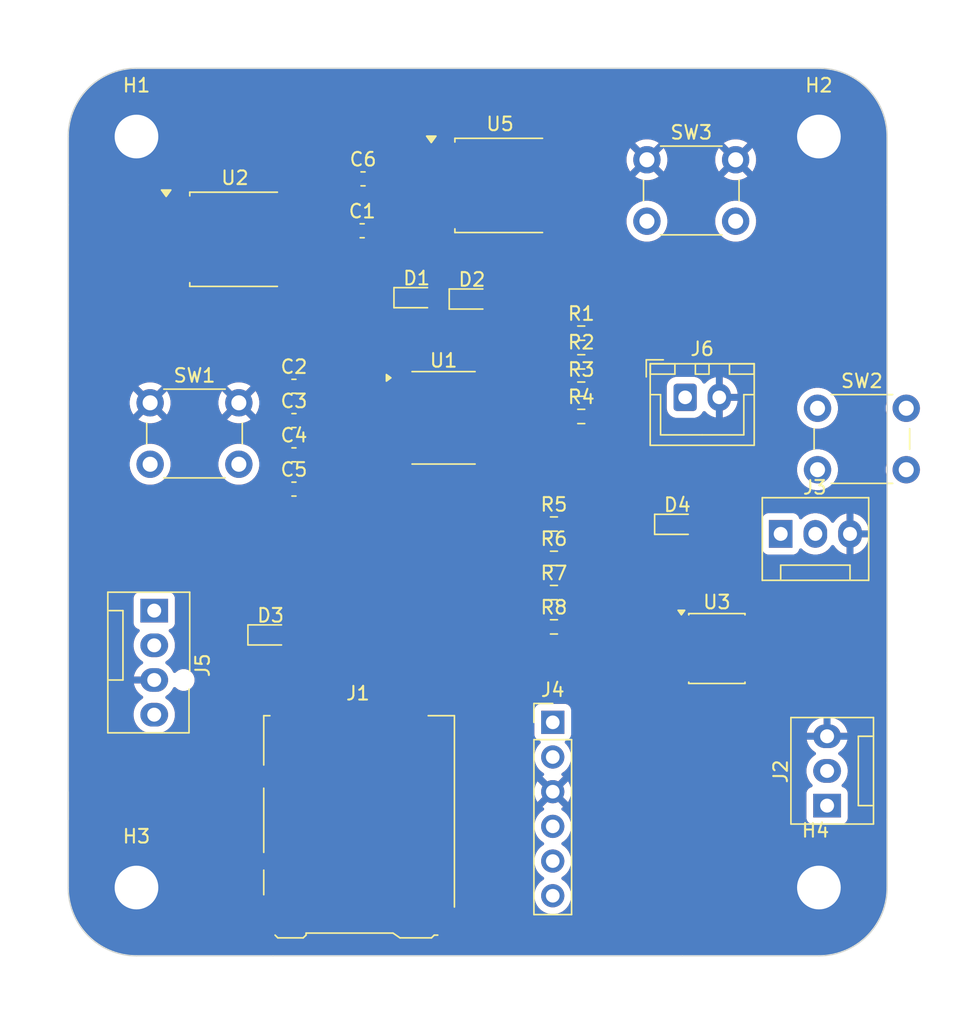
<source format=kicad_pcb>
(kicad_pcb (version 20241229) (generator "pcbnew") (generator_version "9.0")
  (layers (0 "F.Cu" signal) (2 "B.Cu" signal) (13 "F.Paste" user) (15 "B.Paste" user) (5 "F.SilkS" user "F.Silkscreen") (7 "B.SilkS" user "B.Silkscreen") (1 "F.Mask" user) (3 "B.Mask" user) (25 "Edge.Cuts" user))
  (net 0 "")
  (net 1 "GND")
  (net 2 "+3.3V")
  (net 3 "Alimentation")
  (net 4 "NRST")
  (net 5 "5V")
  (net 6 "Net-(D1-K)")
  (net 7 "LED_Status_1")
  (net 8 "Net-(D2-K)")
  (net 9 "LED_Status_2")
  (net 10 "Net-(D3-K)")
  (net 11 "Net-(D4-K)")
  (net 15 "SD_SPI1_MOSI")
  (net 16 "SD_CS")
  (net 17 "SD_SPI1_MISO")
  (net 18 "SD_SPI1_SCK")
  (net 19 "CAN_L")
  (net 20 "CAN_H")
  (net 21 "Debug_SWDIO")
  (net 22 "Debug_SWCLK")
  (net 24 "USART2_RX")
  (net 25 "USART2_TX")
  (net 26 "Net-(J6-Pin_1)")
  (net 27 "Test_PB")
  (net 29 "CAN_RX")
  (net 31 "CAN_TX")
  (footprint "Resistor_SMD:R_0603_1608Metric_Pad0.98x0.95mm_HandSolder" (layer "F.Cu") (at 165.5875 65.89)
    (property "Reference" "R6" (at 0 -1.43 0) (layer "F.SilkS"))
    (property "Value" "1k")
    (fp_line (start -0.254724 -0.5225) (end 0.254724 -0.5225) (stroke (width 0.12)) (layer "F.SilkS"))
    (fp_line (start -0.254724 0.5225) (end 0.254724 0.5225) (stroke (width 0.12)) (layer "F.SilkS"))
    (pad "1" smd roundrect (at -0.9125 0) (size 0.975 0.95) (layers "F.Cu" "F.Mask" "F.Paste") (net 10 "Net-(D3-K)"))
    (pad "2" smd roundrect (at 0.9125 0) (size 0.975 0.95) (layers "F.Cu" "F.Mask" "F.Paste") (net 1 "GND"))
  )
  (footprint "Diode_SMD:D_0603_1608Metric_Pad1.05x0.95mm_HandSolder" (layer "F.Cu") (at 144.825 71.5)
    (property "Reference" "D3" (at 0 -1.43 0) (layer "F.SilkS"))
    (property "Value" "LED")
    (fp_line (start -1.66 -0.735) (end -1.66 0.735) (stroke (width 0.12)) (layer "F.SilkS"))
    (fp_line (start -1.66 0.735) (end 0.8 0.735) (stroke (width 0.12)) (layer "F.SilkS"))
    (fp_line (start 0.8 -0.735) (end -1.66 -0.735) (stroke (width 0.12)) (layer "F.SilkS"))
    (pad "1" smd roundrect (at -0.875 0) (size 1.05 0.95) (layers "F.Cu" "F.Mask" "F.Paste") (net 10 "Net-(D3-K)"))
    (pad "2" smd roundrect (at 0.875 0) (size 1.05 0.95) (layers "F.Cu" "F.Mask" "F.Paste") (net 2 "+3.3V"))
  )
  (footprint "Connector:FanPinHeader_1x03_P2.54mm_Vertical" (layer "F.Cu") (at 185.6 84 90)
    (property "Reference" "J2" (at 2.5 -3.4 90) (layer "F.SilkS"))
    (property "Value" "Conn_01x03_Pin")
    (fp_line (start 6.45 -2.65) (end 6.45 3.4) (stroke (width 0.12)) (layer "F.SilkS"))
    (fp_line (start -1.35 -2.65) (end 6.45 -2.65) (stroke (width 0.12)) (layer "F.SilkS"))
    (fp_line (start 5.08 2.29) (end 5.08 3.3) (stroke (width 0.12)) (layer "F.SilkS"))
    (fp_line (start 0 2.29) (end 5.08 2.29) (stroke (width 0.12)) (layer "F.SilkS"))
    (fp_line (start 0 3.3) (end 0 2.29) (stroke (width 0.12)) (layer "F.SilkS"))
    (fp_line (start 6.45 3.4) (end -1.35 3.4) (stroke (width 0.12)) (layer "F.SilkS"))
    (fp_line (start -1.35 3.4) (end -1.35 -2.65) (stroke (width 0.12)) (layer "F.SilkS"))
    (pad "1" thru_hole rect (at 0 0 180) (size 2.03 1.73) (drill 1.02) (layers "*.Cu" "*.Mask") (net 20 "CAN_H"))
    (pad "2" thru_hole oval (at 2.54 0 180) (size 2.03 1.73) (drill 1.02) (layers "*.Cu" "*.Mask") (net 19 "CAN_L"))
    (pad "3" thru_hole oval (at 5.08 0 180) (size 2.03 1.73) (drill 1.02) (layers "*.Cu" "*.Mask") (net 1 "GND"))
  )
  (footprint "Capacitor_SMD:C_0603_1608Metric_Pad1.08x0.95mm_HandSolder" (layer "F.Cu") (at 151.6 38.1)
    (property "Reference" "C6" (at 0 -1.43 0) (layer "F.SilkS"))
    (property "Value" "100nF")
    (fp_line (start -0.146267 -0.51) (end 0.146267 -0.51) (stroke (width 0.12)) (layer "F.SilkS"))
    (fp_line (start -0.146267 0.51) (end 0.146267 0.51) (stroke (width 0.12)) (layer "F.SilkS"))
    (pad "1" smd roundrect (at -0.8625 0) (size 1.075 0.95) (layers "F.Cu" "F.Mask" "F.Paste") (net 2 "+3.3V"))
    (pad "2" smd roundrect (at 0.8625 0) (size 1.075 0.95) (layers "F.Cu" "F.Mask" "F.Paste") (net 1 "GND"))
  )
  (footprint "Connector_PinHeader_2.54mm:PinHeader_1x06_P2.54mm_Vertical" (layer "F.Cu") (at 165.5 77.9)
    (property "Reference" "J4" (at 0 -2.38 0) (layer "F.SilkS"))
    (property "Value" "Conn_01x06_Pin")
    (fp_line (start -1.38 -1.38) (end 0 -1.38) (stroke (width 0.12)) (layer "F.SilkS"))
    (fp_line (start -1.38 0) (end -1.38 -1.38) (stroke (width 0.12)) (layer "F.SilkS"))
    (fp_line (start -1.38 1.27) (end -1.38 14.08) (stroke (width 0.12)) (layer "F.SilkS"))
    (fp_line (start -1.38 1.27) (end 1.38 1.27) (stroke (width 0.12)) (layer "F.SilkS"))
    (fp_line (start -1.38 14.08) (end 1.38 14.08) (stroke (width 0.12)) (layer "F.SilkS"))
    (fp_line (start 1.38 1.27) (end 1.38 14.08) (stroke (width 0.12)) (layer "F.SilkS"))
    (pad "1" thru_hole rect (at 0 0) (size 1.7 1.7) (drill 1) (layers "*.Cu" "*.Mask") (net 2 "+3.3V"))
    (pad "2" thru_hole circle (at 0 2.54) (size 1.7 1.7) (drill 1) (layers "*.Cu" "*.Mask") (net 22 "Debug_SWCLK"))
    (pad "3" thru_hole circle (at 0 5.08) (size 1.7 1.7) (drill 1) (layers "*.Cu" "*.Mask") (net 1 "GND"))
    (pad "4" thru_hole circle (at 0 7.62) (size 1.7 1.7) (drill 1) (layers "*.Cu" "*.Mask") (net 21 "Debug_SWDIO"))
    (pad "5" thru_hole circle (at 0 10.16) (size 1.7 1.7) (drill 1) (layers "*.Cu" "*.Mask") (net 4 "NRST"))
    (pad "6" thru_hole circle (at 0 12.7) (size 1.7 1.7) (drill 1) (layers "*.Cu" "*.Mask"))
  )
  (footprint "Button_Switch_THT:SW_PUSH_6mm" (layer "F.Cu") (at 172.4 36.7)
    (property "Reference" "SW3" (at 3.25 -2 0) (layer "F.SilkS"))
    (property "Value" "SW_Push")
    (fp_line (start -0.25 1.5) (end -0.25 3) (stroke (width 0.12)) (layer "F.SilkS"))
    (fp_line (start 1 5.5) (end 5.5 5.5) (stroke (width 0.12)) (layer "F.SilkS"))
    (fp_line (start 5.5 -1) (end 1 -1) (stroke (width 0.12)) (layer "F.SilkS"))
    (fp_line (start 6.75 3) (end 6.75 1.5) (stroke (width 0.12)) (layer "F.SilkS"))
    (pad "1" thru_hole circle (at 0 0 90) (size 2 2) (drill 1.1) (layers "*.Cu" "*.Mask") (net 1 "GND"))
    (pad "1" thru_hole circle (at 6.5 0 90) (size 2 2) (drill 1.1) (layers "*.Cu" "*.Mask") (net 1 "GND"))
    (pad "2" thru_hole circle (at 0 4.5 90) (size 2 2) (drill 1.1) (layers "*.Cu" "*.Mask") (net 27 "Test_PB"))
    (pad "2" thru_hole circle (at 6.5 4.5 90) (size 2 2) (drill 1.1) (layers "*.Cu" "*.Mask") (net 27 "Test_PB"))
  )
  (footprint "Package_TO_SOT_SMD:TO-252-3_TabPin2" (layer "F.Cu") (at 142.215 42.525)
    (property "Reference" "U2" (at 0 -4.5 0) (layer "F.SilkS"))
    (property "Value" "LM1117DT-3.3")
    (fp_line (start -3.31 -3.45) (end -3.31 -3.18) (stroke (width 0.12)) (layer "F.SilkS"))
    (fp_line (start -3.31 3.45) (end -3.31 3.18) (stroke (width 0.12)) (layer "F.SilkS"))
    (fp_line (start 3.11 -3.45) (end -3.31 -3.45) (stroke (width 0.12)) (layer "F.SilkS"))
    (fp_line (start 3.11 3.45) (end -3.31 3.45) (stroke (width 0.12)) (layer "F.SilkS"))
    (fp_poly (pts (xy -5.04 -3.14) (xy -5.38 -3.61) (xy -4.7 -3.61)) (stroke (width 0.12)) (fill yes) (layer "F.SilkS"))
    (pad "1" smd roundrect (at -5.04 -2.28) (size 2.2 1.2) (layers "F.Cu" "F.Mask" "F.Paste") (roundrect_rratio 0.208333) (net 1 "GND"))
    (pad "2" smd roundrect (at -5.04 0) (size 2.2 1.2) (layers "F.Cu" "F.Mask" "F.Paste") (roundrect_rratio 0.208333) (net 2 "+3.3V"))
    (pad "2" smd roundrect (at 1.26 0) (size 6.4 5.8) (layers "F.Cu" "F.Mask") (roundrect_rratio 0.043103) (net 2 "+3.3V"))
    (pad "3" smd roundrect (at -5.04 2.28) (size 2.2 1.2) (layers "F.Cu" "F.Mask" "F.Paste") (roundrect_rratio 0.208333) (net 3 "Alimentation"))
  )
  (footprint "Resistor_SMD:R_0603_1608Metric_Pad0.98x0.95mm_HandSolder" (layer "F.Cu") (at 167.5875 51.5)
    (property "Reference" "R2" (at 0 -1.43 0) (layer "F.SilkS"))
    (property "Value" "1k")
    (fp_line (start -0.254724 -0.5225) (end 0.254724 -0.5225) (stroke (width 0.12)) (layer "F.SilkS"))
    (fp_line (start -0.254724 0.5225) (end 0.254724 0.5225) (stroke (width 0.12)) (layer "F.SilkS"))
    (pad "1" smd roundrect (at -0.9125 0) (size 0.975 0.95) (layers "F.Cu" "F.Mask" "F.Paste") (net 8 "Net-(D2-K)"))
    (pad "2" smd roundrect (at 0.9125 0) (size 0.975 0.95) (layers "F.Cu" "F.Mask" "F.Paste") (net 1 "GND"))
  )
  (footprint "Connector:FanPinHeader_1x04_P2.54mm_Vertical" (layer "F.Cu") (at 136.3 69.72 -90)
    (property "Reference" "J5" (at 4 -3.55 90) (layer "F.SilkS"))
    (property "Value" "Conn_01x04_Pin")
    (fp_line (start -1.35 3.4) (end -1.35 -2.6) (stroke (width 0.12)) (layer "F.SilkS"))
    (fp_line (start 8.95 3.4) (end -1.35 3.4) (stroke (width 0.12)) (layer "F.SilkS"))
    (fp_line (start 0 3.3) (end 0 2.29) (stroke (width 0.12)) (layer "F.SilkS"))
    (fp_line (start 0 2.29) (end 5.08 2.29) (stroke (width 0.12)) (layer "F.SilkS"))
    (fp_line (start 5.08 2.29) (end 5.08 3.3) (stroke (width 0.12)) (layer "F.SilkS"))
    (fp_line (start 5.75 -2.55) (end 8.95 -2.55) (stroke (width 0.12)) (layer "F.SilkS"))
    (fp_line (start 8.95 -2.55) (end 8.95 3.4) (stroke (width 0.12)) (layer "F.SilkS"))
    (fp_line (start -1.35 -2.6) (end 4.4 -2.6) (stroke (width 0.12)) (layer "F.SilkS"))
    (pad "" np_thru_hole circle (at 5.08 -2.16) (size 1.1 1.1) (drill 1.1) (layers "*.Cu" "*.Mask"))
    (pad "1" thru_hole rect (at 0 0) (size 2.03 1.73) (drill 1.02) (layers "*.Cu" "*.Mask") (net 24 "USART2_RX"))
    (pad "2" thru_hole oval (at 2.54 0) (size 2.03 1.73) (drill 1.02) (layers "*.Cu" "*.Mask") (net 25 "USART2_TX"))
    (pad "3" thru_hole oval (at 5.08 0) (size 2.03 1.73) (drill 1.02) (layers "*.Cu" "*.Mask") (net 1 "GND"))
    (pad "4" thru_hole oval (at 7.62 0) (size 2.03 1.73) (drill 1.02) (layers "*.Cu" "*.Mask") (net 2 "+3.3V"))
  )
  (footprint "Resistor_SMD:R_0603_1608Metric_Pad0.98x0.95mm_HandSolder" (layer "F.Cu") (at 165.5875 70.91)
    (property "Reference" "R8" (at 0 -1.43 0) (layer "F.SilkS"))
    (property "Value" "1k")
    (fp_line (start -0.254724 -0.5225) (end 0.254724 -0.5225) (stroke (width 0.12)) (layer "F.SilkS"))
    (fp_line (start -0.254724 0.5225) (end 0.254724 0.5225) (stroke (width 0.12)) (layer "F.SilkS"))
    (pad "1" smd roundrect (at -0.9125 0) (size 0.975 0.95) (layers "F.Cu" "F.Mask" "F.Paste") (net 11 "Net-(D4-K)"))
    (pad "2" smd roundrect (at 0.9125 0) (size 0.975 0.95) (layers "F.Cu" "F.Mask" "F.Paste") (net 1 "GND"))
  )
  (footprint "Capacitor_SMD:C_0603_1608Metric_Pad1.08x0.95mm_HandSolder" (layer "F.Cu") (at 151.5375 41.9)
    (property "Reference" "C1" (at 0 -1.43 0) (layer "F.SilkS"))
    (property "Value" "10µF")
    (fp_line (start -0.146267 -0.51) (end 0.146267 -0.51) (stroke (width 0.12)) (layer "F.SilkS"))
    (fp_line (start -0.146267 0.51) (end 0.146267 0.51) (stroke (width 0.12)) (layer "F.SilkS"))
    (pad "1" smd roundrect (at -0.8625 0) (size 1.075 0.95) (layers "F.Cu" "F.Mask" "F.Paste") (net 2 "+3.3V"))
    (pad "2" smd roundrect (at 0.8625 0) (size 1.075 0.95) (layers "F.Cu" "F.Mask" "F.Paste") (net 1 "GND"))
  )
  (footprint "Connector:FanPinHeader_1x03_P2.54mm_Vertical" (layer "F.Cu") (at 182.2 64.1)
    (property "Reference" "J3" (at 2.5 -3.4 0) (layer "F.SilkS"))
    (property "Value" "Conn_01x03_Pin")
    (fp_line (start -1.35 -2.65) (end 6.45 -2.65) (stroke (width 0.12)) (layer "F.SilkS"))
    (fp_line (start -1.35 3.4) (end -1.35 -2.65) (stroke (width 0.12)) (layer "F.SilkS"))
    (fp_line (start 0 2.29) (end 5.08 2.29) (stroke (width 0.12)) (layer "F.SilkS"))
    (fp_line (start 0 3.3) (end 0 2.29) (stroke (width 0.12)) (layer "F.SilkS"))
    (fp_line (start 5.08 2.29) (end 5.08 3.3) (stroke (width 0.12)) (layer "F.SilkS"))
    (fp_line (start 6.45 -2.65) (end 6.45 3.4) (stroke (width 0.12)) (layer "F.SilkS"))
    (fp_line (start 6.45 3.4) (end -1.35 3.4) (stroke (width 0.12)) (layer "F.SilkS"))
    (pad "1" thru_hole rect (at 0 0 90) (size 2.03 1.73) (drill 1.02) (layers "*.Cu" "*.Mask") (net 20 "CAN_H"))
    (pad "2" thru_hole oval (at 2.54 0 90) (size 2.03 1.73) (drill 1.02) (layers "*.Cu" "*.Mask") (net 19 "CAN_L"))
    (pad "3" thru_hole oval (at 5.08 0 90) (size 2.03 1.73) (drill 1.02) (layers "*.Cu" "*.Mask") (net 1 "GND"))
  )
  (footprint "Resistor_SMD:R_0603_1608Metric_Pad0.98x0.95mm_HandSolder" (layer "F.Cu") (at 165.5875 68.4)
    (property "Reference" "R7" (at 0 -1.43 0) (layer "F.SilkS"))
    (property "Value" "120")
    (fp_line (start -0.254724 -0.5225) (end 0.254724 -0.5225) (stroke (width 0.12)) (layer "F.SilkS"))
    (fp_line (start -0.254724 0.5225) (end 0.254724 0.5225) (stroke (width 0.12)) (layer "F.SilkS"))
    (pad "1" smd roundrect (at -0.9125 0) (size 0.975 0.95) (layers "F.Cu" "F.Mask" "F.Paste") (net 20 "CAN_H"))
    (pad "2" smd roundrect (at 0.9125 0) (size 0.975 0.95) (layers "F.Cu" "F.Mask" "F.Paste") (net 19 "CAN_L"))
  )
  (footprint "Diode_SMD:D_0603_1608Metric_Pad1.05x0.95mm_HandSolder" (layer "F.Cu") (at 155.525 46.8)
    (property "Reference" "D1" (at 0 -1.43 0) (layer "F.SilkS"))
    (property "Value" "LED")
    (fp_line (start -1.66 -0.735) (end -1.66 0.735) (stroke (width 0.12)) (layer "F.SilkS"))
    (fp_line (start -1.66 0.735) (end 0.8 0.735) (stroke (width 0.12)) (layer "F.SilkS"))
    (fp_line (start 0.8 -0.735) (end -1.66 -0.735) (stroke (width 0.12)) (layer "F.SilkS"))
    (pad "1" smd roundrect (at -0.875 0) (size 1.05 0.95) (layers "F.Cu" "F.Mask" "F.Paste") (net 6 "Net-(D1-K)"))
    (pad "2" smd roundrect (at 0.875 0) (size 1.05 0.95) (layers "F.Cu" "F.Mask" "F.Paste") (net 7 "LED_Status_1"))
  )
  (footprint "Capacitor_SMD:C_0603_1608Metric_Pad1.08x0.95mm_HandSolder" (layer "F.Cu") (at 146.5375 53.29)
    (property "Reference" "C2" (at 0 -1.43 0) (layer "F.SilkS"))
    (property "Value" "10µF")
    (fp_line (start -0.146267 -0.51) (end 0.146267 -0.51) (stroke (width 0.12)) (layer "F.SilkS"))
    (fp_line (start -0.146267 0.51) (end 0.146267 0.51) (stroke (width 0.12)) (layer "F.SilkS"))
    (pad "1" smd roundrect (at -0.8625 0) (size 1.075 0.95) (layers "F.Cu" "F.Mask" "F.Paste") (net 3 "Alimentation"))
    (pad "2" smd roundrect (at 0.8625 0) (size 1.075 0.95) (layers "F.Cu" "F.Mask" "F.Paste") (net 1 "GND"))
  )
  (footprint "MountingHole:MountingHole_3.2mm_M3_DIN965_Pad" (layer "F.Cu") (at 185 35)
    (property "Reference" "H2" (at 0 -3.75 0) (layer "F.SilkS"))
    (property "Value" "MountingHole_Pad")
    (pad "1" thru_hole circle (at 0 0) (size 5.6 5.6) (drill 3.2) (layers "*.Cu" "*.Mask") (net 1 "GND"))
  )
  (footprint "Connector_JST:JST_XH_B2B-XH-A_1x02_P2.50mm_Vertical" (layer "F.Cu") (at 175.2 54.1)
    (property "Reference" "J6" (at 1.25 -3.55 0) (layer "F.SilkS"))
    (property "Value" "Conn_01x02_Pin")
    (fp_line (start -2.85 -2.75) (end -2.85 -1.5) (stroke (width 0.12)) (layer "F.SilkS"))
    (fp_line (start -2.56 -2.46) (end -2.56 3.51) (stroke (width 0.12)) (layer "F.SilkS"))
    (fp_line (start -2.56 3.51) (end 5.06 3.51) (stroke (width 0.12)) (layer "F.SilkS"))
    (fp_line (start -2.55 -2.45) (end -2.55 -1.7) (stroke (width 0.12)) (layer "F.SilkS"))
    (fp_line (start -2.55 -1.7) (end -0.75 -1.7) (stroke (width 0.12)) (layer "F.SilkS"))
    (fp_line (start -2.55 -0.2) (end -1.8 -0.2) (stroke (width 0.12)) (layer "F.SilkS"))
    (fp_line (start -1.8 -0.2) (end -1.8 2.75) (stroke (width 0.12)) (layer "F.SilkS"))
    (fp_line (start -1.8 2.75) (end 1.25 2.75) (stroke (width 0.12)) (layer "F.SilkS"))
    (fp_line (start -1.6 -2.75) (end -2.85 -2.75) (stroke (width 0.12)) (layer "F.SilkS"))
    (fp_line (start -0.75 -2.45) (end -2.55 -2.45) (stroke (width 0.12)) (layer "F.SilkS"))
    (fp_line (start -0.75 -1.7) (end -0.75 -2.45) (stroke (width 0.12)) (layer "F.SilkS"))
    (fp_line (start 0.75 -2.45) (end 0.75 -1.7) (stroke (width 0.12)) (layer "F.SilkS"))
    (fp_line (start 0.75 -1.7) (end 1.75 -1.7) (stroke (width 0.12)) (layer "F.SilkS"))
    (fp_line (start 1.75 -2.45) (end 0.75 -2.45) (stroke (width 0.12)) (layer "F.SilkS"))
    (fp_line (start 1.75 -1.7) (end 1.75 -2.45) (stroke (width 0.12)) (layer "F.SilkS"))
    (fp_line (start 3.25 -2.45) (end 3.25 -1.7) (stroke (width 0.12)) (layer "F.SilkS"))
    (fp_line (start 3.25 -1.7) (end 5.05 -1.7) (stroke (width 0.12)) (layer "F.SilkS"))
    (fp_line (start 4.3 -0.2) (end 4.3 2.75) (stroke (width 0.12)) (layer "F.SilkS"))
    (fp_line (start 4.3 2.75) (end 1.25 2.75) (stroke (width 0.12)) (layer "F.SilkS"))
    (fp_line (start 5.05 -2.45) (end 3.25 -2.45) (stroke (width 0.12)) (layer "F.SilkS"))
    (fp_line (start 5.05 -1.7) (end 5.05 -2.45) (stroke (width 0.12)) (layer "F.SilkS"))
    (fp_line (start 5.05 -0.2) (end 4.3 -0.2) (stroke (width 0.12)) (layer "F.SilkS"))
    (fp_line (start 5.06 -2.46) (end -2.56 -2.46) (stroke (width 0.12)) (layer "F.SilkS"))
    (fp_line (start 5.06 3.51) (end 5.06 -2.46) (stroke (width 0.12)) (layer "F.SilkS"))
    (pad "1" thru_hole roundrect (at 0 0) (size 1.7 2) (drill 1) (layers "*.Cu" "*.Mask") (roundrect_rratio 0.147059) (net 26 "Net-(J6-Pin_1)"))
    (pad "2" thru_hole oval (at 2.5 0) (size 1.7 2) (drill 1) (layers "*.Cu" "*.Mask") (net 1 "GND"))
  )
  (footprint "Resistor_SMD:R_0603_1608Metric_Pad0.98x0.95mm_HandSolder" (layer "F.Cu") (at 165.5875 63.38)
    (property "Reference" "R5" (at 0 -1.43 0) (layer "F.SilkS"))
    (property "Value" "10k")
    (fp_line (start -0.254724 -0.5225) (end 0.254724 -0.5225) (stroke (width 0.12)) (layer "F.SilkS"))
    (fp_line (start -0.254724 0.5225) (end 0.254724 0.5225) (stroke (width 0.12)) (layer "F.SilkS"))
    (pad "1" smd roundrect (at -0.9125 0) (size 0.975 0.95) (layers "F.Cu" "F.Mask" "F.Paste") (net 17 "SD_SPI1_MISO"))
    (pad "2" smd roundrect (at 0.9125 0) (size 0.975 0.95) (layers "F.Cu" "F.Mask" "F.Paste") (net 2 "+3.3V"))
  )
  (footprint "MountingHole:MountingHole_3.2mm_M3_DIN965_Pad" (layer "F.Cu") (at 135 35)
    (property "Reference" "H1" (at 0 -3.75 0) (layer "F.SilkS"))
    (property "Value" "MountingHole_Pad")
    (pad "1" thru_hole circle (at 0 0) (size 5.6 5.6) (drill 3.2) (layers "*.Cu" "*.Mask") (net 1 "GND"))
  )
  (footprint "Package_SO:TSSOP-20_4.4x6.5mm_P0.65mm" (layer "F.Cu") (at 157.5 55.6)
    (property "Reference" "U1" (at 0 -4.2 0) (layer "F.SilkS"))
    (property "Value" "STM32F042F6Px")
    (fp_line (start -2.31 -3.385) (end 2.31 -3.385) (stroke (width 0.12)) (layer "F.SilkS"))
    (fp_line (start 2.31 3.385) (end -2.31 3.385) (stroke (width 0.12)) (layer "F.SilkS"))
    (fp_poly (pts (xy -3.86 -2.93) (xy -4.19 -2.69) (xy -4.19 -3.17)) (stroke (width 0.12)) (fill yes) (layer "F.SilkS"))
    (pad "1" smd roundrect (at -2.8625 -2.925) (size 1.475 0.4) (layers "F.Cu" "F.Mask" "F.Paste") (net 27 "Test_PB"))
    (pad "2" smd roundrect (at -2.8625 -2.275) (size 1.475 0.4) (layers "F.Cu" "F.Mask" "F.Paste") (net 7 "LED_Status_1"))
    (pad "3" smd roundrect (at -2.8625 -1.625) (size 1.475 0.4) (layers "F.Cu" "F.Mask" "F.Paste") (net 9 "LED_Status_2"))
    (pad "4" smd roundrect (at -2.8625 -0.975) (size 1.475 0.4) (layers "F.Cu" "F.Mask" "F.Paste") (net 4 "NRST"))
    (pad "5" smd roundrect (at -2.8625 -0.325) (size 1.475 0.4) (layers "F.Cu" "F.Mask" "F.Paste") (net 2 "+3.3V"))
    (pad "6" smd roundrect (at -2.8625 0.325) (size 1.475 0.4) (layers "F.Cu" "F.Mask" "F.Paste"))
    (pad "7" smd roundrect (at -2.8625 0.975) (size 1.475 0.4) (layers "F.Cu" "F.Mask" "F.Paste"))
    (pad "8" smd roundrect (at -2.8625 1.625) (size 1.475 0.4) (layers "F.Cu" "F.Mask" "F.Paste") (net 25 "USART2_TX"))
    (pad "9" smd roundrect (at -2.8625 2.275) (size 1.475 0.4) (layers "F.Cu" "F.Mask" "F.Paste") (net 24 "USART2_RX"))
    (pad "10" smd roundrect (at -2.8625 2.925) (size 1.475 0.4) (layers "F.Cu" "F.Mask" "F.Paste") (net 16 "SD_CS"))
    (pad "11" smd roundrect (at 2.8625 2.925) (size 1.475 0.4) (layers "F.Cu" "F.Mask" "F.Paste") (net 18 "SD_SPI1_SCK"))
    (pad "12" smd roundrect (at 2.8625 2.275) (size 1.475 0.4) (layers "F.Cu" "F.Mask" "F.Paste") (net 17 "SD_SPI1_MISO"))
    (pad "13" smd roundrect (at 2.8625 1.625) (size 1.475 0.4) (layers "F.Cu" "F.Mask" "F.Paste") (net 15 "SD_SPI1_MOSI"))
    (pad "14" smd roundrect (at 2.8625 0.975) (size 1.475 0.4) (layers "F.Cu" "F.Mask" "F.Paste"))
    (pad "15" smd roundrect (at 2.8625 0.325) (size 1.475 0.4) (layers "F.Cu" "F.Mask" "F.Paste") (net 1 "GND"))
    (pad "16" smd roundrect (at 2.8625 -0.325) (size 1.475 0.4) (layers "F.Cu" "F.Mask" "F.Paste") (net 2 "+3.3V"))
    (pad "17" smd roundrect (at 2.8625 -0.975) (size 1.475 0.4) (layers "F.Cu" "F.Mask" "F.Paste") (net 29 "CAN_RX"))
    (pad "18" smd roundrect (at 2.8625 -1.625) (size 1.475 0.4) (layers "F.Cu" "F.Mask" "F.Paste") (net 31 "CAN_TX"))
    (pad "19" smd roundrect (at 2.8625 -2.275) (size 1.475 0.4) (layers "F.Cu" "F.Mask" "F.Paste") (net 22 "Debug_SWCLK"))
    (pad "20" smd roundrect (at 2.8625 -2.925) (size 1.475 0.4) (layers "F.Cu" "F.Mask" "F.Paste") (net 21 "Debug_SWDIO"))
  )
  (footprint "Capacitor_SMD:C_0603_1608Metric_Pad1.08x0.95mm_HandSolder" (layer "F.Cu") (at 146.5375 58.31)
    (property "Reference" "C4" (at 0 -1.43 0) (layer "F.SilkS"))
    (property "Value" "10µF")
    (fp_line (start -0.146267 -0.51) (end 0.146267 -0.51) (stroke (width 0.12)) (layer "F.SilkS"))
    (fp_line (start -0.146267 0.51) (end 0.146267 0.51) (stroke (width 0.12)) (layer "F.SilkS"))
    (pad "1" smd roundrect (at -0.8625 0) (size 1.075 0.95) (layers "F.Cu" "F.Mask" "F.Paste") (net 3 "Alimentation"))
    (pad "2" smd roundrect (at 0.8625 0) (size 1.075 0.95) (layers "F.Cu" "F.Mask" "F.Paste") (net 1 "GND"))
  )
  (footprint "Connector_Card:microSD_HC_Hirose_DM3AT-SF-PEJM5" (layer "F.Cu") (at 151.3 85.3)
    (property "Reference" "J1" (at -0.075 -9.525 0) (layer "F.SilkS"))
    (property "Value" "Micro_SD_Card")
    (fp_line (start -6.975 -7.885) (end -6.975 -4.275) (stroke (width 0.12)) (layer "F.SilkS"))
    (fp_line (start -6.975 -2.575) (end -6.975 2.125) (stroke (width 0.12)) (layer "F.SilkS"))
    (fp_line (start -6.975 3.425) (end -6.975 5.225) (stroke (width 0.12)) (layer "F.SilkS"))
    (fp_line (start -6.525 -7.885) (end -6.975 -7.885) (stroke (width 0.12)) (layer "F.SilkS"))
    (fp_line (start -5.945 8.385) (end -6.145 8.185) (stroke (width 0.12)) (layer "F.SilkS"))
    (fp_line (start -5.945 8.385) (end -4.085 8.385) (stroke (width 0.12)) (layer "F.SilkS"))
    (fp_line (start -4.085 8.385) (end -3.875 8.185) (stroke (width 0.12)) (layer "F.SilkS"))
    (fp_line (start -3.875 8.035) (end -3.875 8.185) (stroke (width 0.12)) (layer "F.SilkS"))
    (fp_line (start -3.875 8.035) (end 2.495 8.035) (stroke (width 0.12)) (layer "F.SilkS"))
    (fp_line (start 3.005 8.385) (end 2.495 8.035) (stroke (width 0.12)) (layer "F.SilkS"))
    (fp_line (start 5.075 -7.885) (end 6.995 -7.885) (stroke (width 0.12)) (layer "F.SilkS"))
    (fp_line (start 5.315 8.385) (end 3.005 8.385) (stroke (width 0.12)) (layer "F.SilkS"))
    (fp_line (start 5.315 8.385) (end 5.515 8.185) (stroke (width 0.12)) (layer "F.SilkS"))
    (fp_line (start 5.515 8.185) (end 5.775 8.185) (stroke (width 0.12)) (layer "F.SilkS"))
    (fp_line (start 6.995 -7.885) (end 6.995 6.125) (stroke (width 0.12)) (layer "F.SilkS"))
    (pad "1" smd rect (at 2.775 -7.725) (size 0.7 1.2) (layers "F.Cu" "F.Mask" "F.Paste"))
    (pad "2" smd rect (at 1.675 -7.725) (size 0.7 1.2) (layers "F.Cu" "F.Mask" "F.Paste") (net 16 "SD_CS"))
    (pad "3" smd rect (at 0.575 -7.725) (size 0.7 1.2) (layers "F.Cu" "F.Mask" "F.Paste") (net 15 "SD_SPI1_MOSI"))
    (pad "4" smd rect (at -0.525 -7.725) (size 0.7 1.2) (layers "F.Cu" "F.Mask" "F.Paste") (net 2 "+3.3V"))
    (pad "5" smd rect (at -1.625 -7.725) (size 0.7 1.2) (layers "F.Cu" "F.Mask" "F.Paste") (net 18 "SD_SPI1_SCK"))
    (pad "6" smd rect (at -2.725 -7.725) (size 0.7 1.2) (layers "F.Cu" "F.Mask" "F.Paste") (net 1 "GND"))
    (pad "7" smd rect (at -3.825 -7.725) (size 0.7 1.2) (layers "F.Cu" "F.Mask" "F.Paste") (net 17 "SD_SPI1_MISO"))
    (pad "8" smd rect (at -4.925 -7.725) (size 0.7 1.2) (layers "F.Cu" "F.Mask" "F.Paste"))
    (pad "9" smd rect (at -5.875 -7.725) (size 0.7 1.2) (layers "F.Cu" "F.Mask" "F.Paste") (net 1 "GND"))
    (pad "10" smd rect (at -6.825 2.775) (size 1 0.8) (layers "F.Cu" "F.Mask" "F.Paste"))
    (pad "11" smd rect (at -6.825 -3.425) (size 1 1.2) (layers "F.Cu" "F.Mask" "F.Paste"))
    (pad "11" smd rect (at -6.825 6.925) (size 1 2.8) (layers "F.Cu" "F.Mask" "F.Paste"))
    (pad "11" smd rect (at 4.325 -7.725) (size 1 1.2) (layers "F.Cu" "F.Mask" "F.Paste"))
    (pad "11" smd rect (at 6.675 7.375) (size 1.3 1.9) (layers "F.Cu" "F.Mask" "F.Paste"))
    (zone (net 0) (net_name "") (layer "F.Cu") (connect_pads (clearance 0)) (min_thickness 0.254)
      (keepout (tracks not_allowed) (vias not_allowed) (pads not_allowed) (copperpour not_allowed) (footprints not_allowed))
      (fill (thermal_gap 0.508) (thermal_bridge_width 0.508))
      (polygon (pts (xy 144.825 81.275) (xy 144.075 81.275) (xy 144.075 78.025) (xy 144.825 78.025)))
    )
    (zone (net 0) (net_name "") (layer "F.Cu") (connect_pads (clearance 0)) (min_thickness 0.254)
      (keepout (tracks not_allowed) (vias not_allowed) (pads not_allowed) (copperpour not_allowed) (footprints not_allowed))
      (fill (thermal_gap 0.508) (thermal_bridge_width 0.508))
      (polygon (pts (xy 144.825 86.075) (xy 144.075 86.075) (xy 144.075 82.475) (xy 144.825 82.475)))
    )
    (zone (net 0) (net_name "") (layer "F.Cu") (connect_pads (clearance 0)) (min_thickness 0.254)
      (keepout (tracks not_allowed) (vias not_allowed) (pads not_allowed) (copperpour not_allowed) (footprints not_allowed))
      (fill (thermal_gap 0.508) (thermal_bridge_width 0.508))
      (polygon (pts (xy 145.175 83.875) (xy 145.875 83.875) (xy 145.875 91.475) (xy 145.175 91.475)))
    )
    (zone (net 0) (net_name "") (layer "F.Cu") (connect_pads (clearance 0)) (min_thickness 0.254)
      (keepout (tracks not_allowed) (vias not_allowed) (pads not_allowed) (copperpour not_allowed) (footprints not_allowed))
      (fill (thermal_gap 0.508) (thermal_bridge_width 0.508))
      (polygon (pts (xy 154.225 92.275) (xy 156.775 92.275) (xy 156.775 93.625) (xy 154.225 93.625)))
    )
    (zone (net 0) (net_name "") (layer "F.Cu") (connect_pads (clearance 0)) (min_thickness 0.254)
      (keepout (tracks not_allowed) (vias not_allowed) (pads not_allowed) (copperpour not_allowed) (footprints not_allowed))
      (fill (thermal_gap 0.508) (thermal_bridge_width 0.508))
      (polygon (pts (xy 154.575 84.175) (xy 145.875 84.175) (xy 145.875 82.575) (xy 154.575 82.575)))
    )
  )
  (footprint "Diode_SMD:D_0603_1608Metric_Pad1.05x0.95mm_HandSolder" (layer "F.Cu") (at 159.575 46.9)
    (property "Reference" "D2" (at 0 -1.43 0) (layer "F.SilkS"))
    (property "Value" "LED")
    (fp_line (start -1.66 -0.735) (end -1.66 0.735) (stroke (width 0.12)) (layer "F.SilkS"))
    (fp_line (start -1.66 0.735) (end 0.8 0.735) (stroke (width 0.12)) (layer "F.SilkS"))
    (fp_line (start 0.8 -0.735) (end -1.66 -0.735) (stroke (width 0.12)) (layer "F.SilkS"))
    (pad "1" smd roundrect (at -0.875 0) (size 1.05 0.95) (layers "F.Cu" "F.Mask" "F.Paste") (net 8 "Net-(D2-K)"))
    (pad "2" smd roundrect (at 0.875 0) (size 1.05 0.95) (layers "F.Cu" "F.Mask" "F.Paste") (net 9 "LED_Status_2"))
  )
  (footprint "Button_Switch_THT:SW_PUSH_6mm" (layer "F.Cu") (at 136 54.5)
    (property "Reference" "SW1" (at 3.25 -2 0) (layer "F.SilkS"))
    (property "Value" "SW_Push")
    (fp_line (start -0.25 1.5) (end -0.25 3) (stroke (width 0.12)) (layer "F.SilkS"))
    (fp_line (start 1 5.5) (end 5.5 5.5) (stroke (width 0.12)) (layer "F.SilkS"))
    (fp_line (start 5.5 -1) (end 1 -1) (stroke (width 0.12)) (layer "F.SilkS"))
    (fp_line (start 6.75 3) (end 6.75 1.5) (stroke (width 0.12)) (layer "F.SilkS"))
    (pad "1" thru_hole circle (at 0 0 90) (size 2 2) (drill 1.1) (layers "*.Cu" "*.Mask") (net 1 "GND"))
    (pad "1" thru_hole circle (at 6.5 0 90) (size 2 2) (drill 1.1) (layers "*.Cu" "*.Mask") (net 1 "GND"))
    (pad "2" thru_hole circle (at 0 4.5 90) (size 2 2) (drill 1.1) (layers "*.Cu" "*.Mask") (net 4 "NRST"))
    (pad "2" thru_hole circle (at 6.5 4.5 90) (size 2 2) (drill 1.1) (layers "*.Cu" "*.Mask") (net 4 "NRST"))
  )
  (footprint "MountingHole:MountingHole_3.2mm_M3_DIN965_Pad" (layer "F.Cu") (at 135 90)
    (property "Reference" "H3" (at 0 -3.75 0) (layer "F.SilkS"))
    (property "Value" "MountingHole_Pad")
    (pad "1" thru_hole circle (at 0 0) (size 5.6 5.6) (drill 3.2) (layers "*.Cu" "*.Mask") (net 1 "GND"))
  )
  (footprint "Resistor_SMD:R_0603_1608Metric_Pad0.98x0.95mm_HandSolder" (layer "F.Cu") (at 167.5875 49.4)
    (property "Reference" "R1" (at 0 -1.43 0) (layer "F.SilkS"))
    (property "Value" "1k")
    (fp_line (start -0.254724 -0.5225) (end 0.254724 -0.5225) (stroke (width 0.12)) (layer "F.SilkS"))
    (fp_line (start -0.254724 0.5225) (end 0.254724 0.5225) (stroke (width 0.12)) (layer "F.SilkS"))
    (pad "1" smd roundrect (at -0.9125 0) (size 0.975 0.95) (layers "F.Cu" "F.Mask" "F.Paste") (net 6 "Net-(D1-K)"))
    (pad "2" smd roundrect (at 0.9125 0) (size 0.975 0.95) (layers "F.Cu" "F.Mask" "F.Paste") (net 1 "GND"))
  )
  (footprint "Package_TO_SOT_SMD:TO-252-3_TabPin2" (layer "F.Cu") (at 161.64 38.58)
    (property "Reference" "U5" (at 0 -4.5 0) (layer "F.SilkS"))
    (property "Value" "LM1117DT-5.0")
    (fp_line (start -3.31 -3.45) (end -3.31 -3.18) (stroke (width 0.12)) (layer "F.SilkS"))
    (fp_line (start -3.31 3.45) (end -3.31 3.18) (stroke (width 0.12)) (layer "F.SilkS"))
    (fp_line (start 3.11 -3.45) (end -3.31 -3.45) (stroke (width 0.12)) (layer "F.SilkS"))
    (fp_line (start 3.11 3.45) (end -3.31 3.45) (stroke (width 0.12)) (layer "F.SilkS"))
    (fp_poly (pts (xy -5.04 -3.14) (xy -5.38 -3.61) (xy -4.7 -3.61)) (stroke (width 0.12)) (fill yes) (layer "F.SilkS"))
    (pad "1" smd roundrect (at -5.04 -2.28) (size 2.2 1.2) (layers "F.Cu" "F.Mask" "F.Paste") (roundrect_rratio 0.208333) (net 1 "GND"))
    (pad "2" smd roundrect (at -5.04 0) (size 2.2 1.2) (layers "F.Cu" "F.Mask" "F.Paste") (roundrect_rratio 0.208333) (net 5 "5V"))
    (pad "2" smd roundrect (at 1.26 0) (size 6.4 5.8) (layers "F.Cu" "F.Mask") (roundrect_rratio 0.043103) (net 5 "5V"))
    (pad "3" smd roundrect (at -5.04 2.28) (size 2.2 1.2) (layers "F.Cu" "F.Mask" "F.Paste") (roundrect_rratio 0.208333) (net 3 "Alimentation"))
  )
  (footprint "Package_SO:SOIC-8_3.9x4.9mm_P1.27mm" (layer "F.Cu") (at 177.525 72.495)
    (property "Reference" "U3" (at 0 -3.4 0) (layer "F.SilkS"))
    (property "Value" "MCP2562-E-SN")
    (fp_line (start -2.06 -2.56) (end 2.06 -2.56) (stroke (width 0.12)) (layer "F.SilkS"))
    (fp_line (start -2.06 -2.465) (end -2.06 -2.56) (stroke (width 0.12)) (layer "F.SilkS"))
    (fp_line (start -2.06 2.56) (end -2.06 2.465) (stroke (width 0.12)) (layer "F.SilkS"))
    (fp_line (start 2.06 -2.56) (end 2.06 -2.465) (stroke (width 0.12)) (layer "F.SilkS"))
    (fp_line (start 2.06 2.465) (end 2.06 2.56) (stroke (width 0.12)) (layer "F.SilkS"))
    (fp_line (start 2.06 2.56) (end -2.06 2.56) (stroke (width 0.12)) (layer "F.SilkS"))
    (fp_poly (pts (xy -2.6 -2.47) (xy -2.84 -2.8) (xy -2.36 -2.8)) (stroke (width 0.12)) (fill yes) (layer "F.SilkS"))
    (pad "1" smd roundrect (at -2.475 -1.905) (size 1.95 0.6) (layers "F.Cu" "F.Mask" "F.Paste") (net 31 "CAN_TX"))
    (pad "2" smd roundrect (at -2.475 -0.635) (size 1.95 0.6) (layers "F.Cu" "F.Mask" "F.Paste") (net 1 "GND"))
    (pad "3" smd roundrect (at -2.475 0.635) (size 1.95 0.6) (layers "F.Cu" "F.Mask" "F.Paste") (net 5 "5V"))
    (pad "4" smd roundrect (at -2.475 1.905) (size 1.95 0.6) (layers "F.Cu" "F.Mask" "F.Paste") (net 29 "CAN_RX"))
    (pad "5" smd roundrect (at 2.475 1.905) (size 1.95 0.6) (layers "F.Cu" "F.Mask" "F.Paste") (net 2 "+3.3V"))
    (pad "6" smd roundrect (at 2.475 0.635) (size 1.95 0.6) (layers "F.Cu" "F.Mask" "F.Paste") (net 19 "CAN_L"))
    (pad "7" smd roundrect (at 2.475 -0.635) (size 1.95 0.6) (layers "F.Cu" "F.Mask" "F.Paste") (net 20 "CAN_H"))
    (pad "8" smd roundrect (at 2.475 -1.905) (size 1.95 0.6) (layers "F.Cu" "F.Mask" "F.Paste") (net 1 "GND"))
  )
  (footprint "Button_Switch_THT:SW_PUSH_6mm" (layer "F.Cu") (at 184.9 54.9)
    (property "Reference" "SW2" (at 3.25 -2 0) (layer "F.SilkS"))
    (property "Value" "SW_SPST")
    (fp_line (start -0.25 1.5) (end -0.25 3) (stroke (width 0.12)) (layer "F.SilkS"))
    (fp_line (start 1 5.5) (end 5.5 5.5) (stroke (width 0.12)) (layer "F.SilkS"))
    (fp_line (start 5.5 -1) (end 1 -1) (stroke (width 0.12)) (layer "F.SilkS"))
    (fp_line (start 6.75 3) (end 6.75 1.5) (stroke (width 0.12)) (layer "F.SilkS"))
    (pad "1" thru_hole circle (at 0 0 90) (size 2 2) (drill 1.1) (layers "*.Cu" "*.Mask") (net 26 "Net-(J6-Pin_1)"))
    (pad "1" thru_hole circle (at 6.5 0 90) (size 2 2) (drill 1.1) (layers "*.Cu" "*.Mask") (net 26 "Net-(J6-Pin_1)"))
    (pad "2" thru_hole circle (at 0 4.5 90) (size 2 2) (drill 1.1) (layers "*.Cu" "*.Mask") (net 3 "Alimentation"))
    (pad "2" thru_hole circle (at 6.5 4.5 90) (size 2 2) (drill 1.1) (layers "*.Cu" "*.Mask") (net 3 "Alimentation"))
  )
  (footprint "Capacitor_SMD:C_0603_1608Metric_Pad1.08x0.95mm_HandSolder" (layer "F.Cu") (at 146.5375 55.8)
    (property "Reference" "C3" (at 0 -1.43 0) (layer "F.SilkS"))
    (property "Value" "1uF")
    (fp_line (start -0.146267 -0.51) (end 0.146267 -0.51) (stroke (width 0.12)) (layer "F.SilkS"))
    (fp_line (start -0.146267 0.51) (end 0.146267 0.51) (stroke (width 0.12)) (layer "F.SilkS"))
    (pad "1" smd roundrect (at -0.8625 0) (size 1.075 0.95) (layers "F.Cu" "F.Mask" "F.Paste") (net 1 "GND"))
    (pad "2" smd roundrect (at 0.8625 0) (size 1.075 0.95) (layers "F.Cu" "F.Mask" "F.Paste") (net 4 "NRST"))
  )
  (footprint "Diode_SMD:D_0603_1608Metric_Pad1.05x0.95mm_HandSolder" (layer "F.Cu") (at 174.625 63.4)
    (property "Reference" "D4" (at 0 -1.43 0) (layer "F.SilkS"))
    (property "Value" "LED")
    (fp_line (start -1.66 -0.735) (end -1.66 0.735) (stroke (width 0.12)) (layer "F.SilkS"))
    (fp_line (start -1.66 0.735) (end 0.8 0.735) (stroke (width 0.12)) (layer "F.SilkS"))
    (fp_line (start 0.8 -0.735) (end -1.66 -0.735) (stroke (width 0.12)) (layer "F.SilkS"))
    (pad "1" smd roundrect (at -0.875 0) (size 1.05 0.95) (layers "F.Cu" "F.Mask" "F.Paste") (net 11 "Net-(D4-K)"))
    (pad "2" smd roundrect (at 0.875 0) (size 1.05 0.95) (layers "F.Cu" "F.Mask" "F.Paste") (net 2 "+3.3V"))
  )
  (footprint "Resistor_SMD:R_0603_1608Metric_Pad0.98x0.95mm_HandSolder" (layer "F.Cu") (at 167.5875 53.5)
    (property "Reference" "R3" (at 0 -1.43 0) (layer "F.SilkS"))
    (property "Value" "10k")
    (fp_line (start -0.254724 -0.5225) (end 0.254724 -0.5225) (stroke (width 0.12)) (layer "F.SilkS"))
    (fp_line (start -0.254724 0.5225) (end 0.254724 0.5225) (stroke (width 0.12)) (layer "F.SilkS"))
    (pad "1" smd roundrect (at -0.9125 0) (size 0.975 0.95) (layers "F.Cu" "F.Mask" "F.Paste") (net 15 "SD_SPI1_MOSI"))
    (pad "2" smd roundrect (at 0.9125 0) (size 0.975 0.95) (layers "F.Cu" "F.Mask" "F.Paste") (net 2 "+3.3V"))
  )
  (footprint "Capacitor_SMD:C_0603_1608Metric_Pad1.08x0.95mm_HandSolder" (layer "F.Cu") (at 146.5375 60.82)
    (property "Reference" "C5" (at 0 -1.43 0) (layer "F.SilkS"))
    (property "Value" "10µF")
    (fp_line (start -0.146267 -0.51) (end 0.146267 -0.51) (stroke (width 0.12)) (layer "F.SilkS"))
    (fp_line (start -0.146267 0.51) (end 0.146267 0.51) (stroke (width 0.12)) (layer "F.SilkS"))
    (pad "1" smd roundrect (at -0.8625 0) (size 1.075 0.95) (layers "F.Cu" "F.Mask" "F.Paste") (net 5 "5V"))
    (pad "2" smd roundrect (at 0.8625 0) (size 1.075 0.95) (layers "F.Cu" "F.Mask" "F.Paste") (net 1 "GND"))
  )
  (footprint "MountingHole:MountingHole_3.2mm_M3_DIN965_Pad" (layer "F.Cu") (at 185 90)
    (property "Reference" "H4" (at -0.25 -4.18 0) (layer "F.SilkS"))
    (property "Value" "MountingHole_Pad")
    (pad "1" thru_hole circle (at 0 0) (size 5.6 5.6) (drill 3.2) (layers "*.Cu" "*.Mask") (net 1 "GND"))
  )
  (footprint "Resistor_SMD:R_0603_1608Metric_Pad0.98x0.95mm_HandSolder" (layer "F.Cu") (at 167.5875 55.5)
    (property "Reference" "R4" (at 0 -1.43 0) (layer "F.SilkS"))
    (property "Value" "10k")
    (fp_line (start -0.254724 -0.5225) (end 0.254724 -0.5225) (stroke (width 0.12)) (layer "F.SilkS"))
    (fp_line (start -0.254724 0.5225) (end 0.254724 0.5225) (stroke (width 0.12)) (layer "F.SilkS"))
    (pad "1" smd roundrect (at -0.9125 0) (size 0.975 0.95) (layers "F.Cu" "F.Mask" "F.Paste") (net 18 "SD_SPI1_SCK"))
    (pad "2" smd roundrect (at 0.9125 0) (size 0.975 0.95) (layers "F.Cu" "F.Mask" "F.Paste") (net 2 "+3.3V"))
  )
  (gr_line (start 190 90) (end 190 85) (stroke (width 0.1)) (layer "Edge.Cuts"))
  (gr_line (start 185 30) (end 135 30) (stroke (width 0.1)) (layer "Edge.Cuts"))
  (gr_arc (start 130 35) (mid 131.464466 31.464466) (end 135 30) (stroke (width 0.1)) (layer "Edge.Cuts"))
  (gr_line (start 190 75) (end 190 85) (stroke (width 0.1)) (layer "Edge.Cuts"))
  (gr_arc (start 135 95) (mid 131.464466 93.535534) (end 130 90) (stroke (width 0.1)) (layer "Edge.Cuts"))
  (gr_arc (start 190 90) (mid 188.535534 93.535534) (end 185 95) (stroke (width 0.1)) (layer "Edge.Cuts"))
  (gr_line (start 190 35) (end 190 40) (stroke (width 0.1)) (layer "Edge.Cuts"))
  (gr_line (start 190 40) (end 190 75) (stroke (width 0.1)) (layer "Edge.Cuts"))
  (gr_line (start 135 95) (end 145 95) (stroke (width 0.1)) (layer "Edge.Cuts"))
  (gr_line (start 175 95) (end 145 95) (stroke (width 0.1)) (layer "Edge.Cuts"))
  (gr_line (start 130 85) (end 130 50) (stroke (width 0.1)) (layer "Edge.Cuts"))
  (gr_line (start 130 83) (end 130 85) (stroke (width 0.1)) (layer "Edge.Cuts"))
  (gr_line (start 130 50) (end 130 40) (stroke (width 0.1)) (layer "Edge.Cuts"))
  (gr_arc (start 185 30) (mid 188.535534 31.464466) (end 190 35) (stroke (width 0.1)) (layer "Edge.Cuts"))
  (gr_line (start 185 95) (end 175 95) (stroke (width 0.1)) (layer "Edge.Cuts"))
  (gr_line (start 130 85) (end 130 90) (stroke (width 0.1)) (layer "Edge.Cuts"))
  (gr_line (start 130 35) (end 130 40) (stroke (width 0.1)) (layer "Edge.Cuts"))
  (zone (net 1) (net_name "GND") (layers "F.Cu" "B.Cu") (connect_pads (clearance 0.5)) (min_thickness 0.25) (fill yes (thermal_gap 0.5) (thermal_bridge_width 0.5))
    (polygon (pts (xy 125 25) (xy 195.5 25) (xy 195 100) (xy 125 100)))
  )
)
</source>
